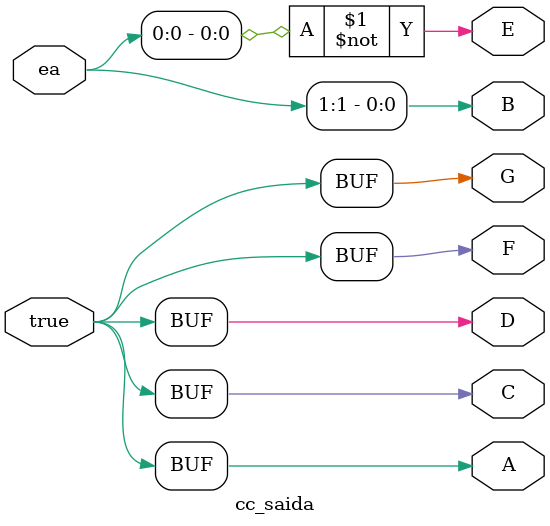
<source format=v>
module cc_saida(
input [1:0] ea,
input true,
output A,
output B,
output C,
output D,
output E,
output F,
output G
);

buf(A, true);

buf(B, ea[1]);

buf(C, true);

buf(D, true);

not(E, ea[0]);

buf(F, true);

buf(G, true);

endmodule
</source>
